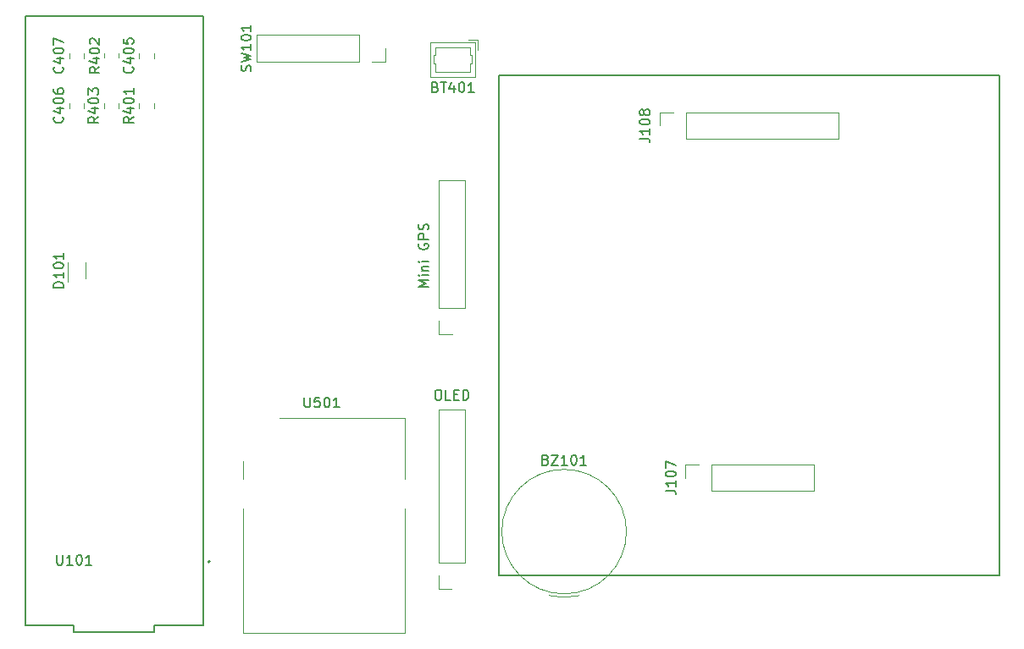
<source format=gbr>
%TF.GenerationSoftware,KiCad,Pcbnew,6.0.6-1.fc36*%
%TF.CreationDate,2022-07-31T18:36:15+02:00*%
%TF.ProjectId,CosmicWatch-ventidue,436f736d-6963-4576-9174-63682d76656e,rev?*%
%TF.SameCoordinates,Original*%
%TF.FileFunction,Legend,Top*%
%TF.FilePolarity,Positive*%
%FSLAX46Y46*%
G04 Gerber Fmt 4.6, Leading zero omitted, Abs format (unit mm)*
G04 Created by KiCad (PCBNEW 6.0.6-1.fc36) date 2022-07-31 18:36:15*
%MOMM*%
%LPD*%
G01*
G04 APERTURE LIST*
%ADD10C,0.150000*%
%ADD11C,0.120000*%
%ADD12C,0.127000*%
%ADD13C,0.200000*%
G04 APERTURE END LIST*
D10*
X99000000Y-56000000D02*
X149000000Y-56000000D01*
X149000000Y-56000000D02*
X149000000Y-106000000D01*
X149000000Y-106000000D02*
X99000000Y-106000000D01*
X99000000Y-106000000D02*
X99000000Y-56000000D01*
%TO.C,J111*%
X92822619Y-87442380D02*
X93013095Y-87442380D01*
X93108333Y-87490000D01*
X93203571Y-87585238D01*
X93251190Y-87775714D01*
X93251190Y-88109047D01*
X93203571Y-88299523D01*
X93108333Y-88394761D01*
X93013095Y-88442380D01*
X92822619Y-88442380D01*
X92727380Y-88394761D01*
X92632142Y-88299523D01*
X92584523Y-88109047D01*
X92584523Y-87775714D01*
X92632142Y-87585238D01*
X92727380Y-87490000D01*
X92822619Y-87442380D01*
X94155952Y-88442380D02*
X93679761Y-88442380D01*
X93679761Y-87442380D01*
X94489285Y-87918571D02*
X94822619Y-87918571D01*
X94965476Y-88442380D02*
X94489285Y-88442380D01*
X94489285Y-87442380D01*
X94965476Y-87442380D01*
X95394047Y-88442380D02*
X95394047Y-87442380D01*
X95632142Y-87442380D01*
X95775000Y-87490000D01*
X95870238Y-87585238D01*
X95917857Y-87680476D01*
X95965476Y-87870952D01*
X95965476Y-88013809D01*
X95917857Y-88204285D01*
X95870238Y-88299523D01*
X95775000Y-88394761D01*
X95632142Y-88442380D01*
X95394047Y-88442380D01*
%TO.C,SW101*%
X74154761Y-55535714D02*
X74202380Y-55392857D01*
X74202380Y-55154761D01*
X74154761Y-55059523D01*
X74107142Y-55011904D01*
X74011904Y-54964285D01*
X73916666Y-54964285D01*
X73821428Y-55011904D01*
X73773809Y-55059523D01*
X73726190Y-55154761D01*
X73678571Y-55345238D01*
X73630952Y-55440476D01*
X73583333Y-55488095D01*
X73488095Y-55535714D01*
X73392857Y-55535714D01*
X73297619Y-55488095D01*
X73250000Y-55440476D01*
X73202380Y-55345238D01*
X73202380Y-55107142D01*
X73250000Y-54964285D01*
X73202380Y-54630952D02*
X74202380Y-54392857D01*
X73488095Y-54202380D01*
X74202380Y-54011904D01*
X73202380Y-53773809D01*
X74202380Y-52869047D02*
X74202380Y-53440476D01*
X74202380Y-53154761D02*
X73202380Y-53154761D01*
X73345238Y-53250000D01*
X73440476Y-53345238D01*
X73488095Y-53440476D01*
X73202380Y-52250000D02*
X73202380Y-52154761D01*
X73250000Y-52059523D01*
X73297619Y-52011904D01*
X73392857Y-51964285D01*
X73583333Y-51916666D01*
X73821428Y-51916666D01*
X74011904Y-51964285D01*
X74107142Y-52011904D01*
X74154761Y-52059523D01*
X74202380Y-52154761D01*
X74202380Y-52250000D01*
X74154761Y-52345238D01*
X74107142Y-52392857D01*
X74011904Y-52440476D01*
X73821428Y-52488095D01*
X73583333Y-52488095D01*
X73392857Y-52440476D01*
X73297619Y-52392857D01*
X73250000Y-52345238D01*
X73202380Y-52250000D01*
X74202380Y-50964285D02*
X74202380Y-51535714D01*
X74202380Y-51250000D02*
X73202380Y-51250000D01*
X73345238Y-51345238D01*
X73440476Y-51440476D01*
X73488095Y-51535714D01*
%TO.C,J108*%
X113062380Y-62285714D02*
X113776666Y-62285714D01*
X113919523Y-62333333D01*
X114014761Y-62428571D01*
X114062380Y-62571428D01*
X114062380Y-62666666D01*
X114062380Y-61285714D02*
X114062380Y-61857142D01*
X114062380Y-61571428D02*
X113062380Y-61571428D01*
X113205238Y-61666666D01*
X113300476Y-61761904D01*
X113348095Y-61857142D01*
X113062380Y-60666666D02*
X113062380Y-60571428D01*
X113110000Y-60476190D01*
X113157619Y-60428571D01*
X113252857Y-60380952D01*
X113443333Y-60333333D01*
X113681428Y-60333333D01*
X113871904Y-60380952D01*
X113967142Y-60428571D01*
X114014761Y-60476190D01*
X114062380Y-60571428D01*
X114062380Y-60666666D01*
X114014761Y-60761904D01*
X113967142Y-60809523D01*
X113871904Y-60857142D01*
X113681428Y-60904761D01*
X113443333Y-60904761D01*
X113252857Y-60857142D01*
X113157619Y-60809523D01*
X113110000Y-60761904D01*
X113062380Y-60666666D01*
X113490952Y-59761904D02*
X113443333Y-59857142D01*
X113395714Y-59904761D01*
X113300476Y-59952380D01*
X113252857Y-59952380D01*
X113157619Y-59904761D01*
X113110000Y-59857142D01*
X113062380Y-59761904D01*
X113062380Y-59571428D01*
X113110000Y-59476190D01*
X113157619Y-59428571D01*
X113252857Y-59380952D01*
X113300476Y-59380952D01*
X113395714Y-59428571D01*
X113443333Y-59476190D01*
X113490952Y-59571428D01*
X113490952Y-59761904D01*
X113538571Y-59857142D01*
X113586190Y-59904761D01*
X113681428Y-59952380D01*
X113871904Y-59952380D01*
X113967142Y-59904761D01*
X114014761Y-59857142D01*
X114062380Y-59761904D01*
X114062380Y-59571428D01*
X114014761Y-59476190D01*
X113967142Y-59428571D01*
X113871904Y-59380952D01*
X113681428Y-59380952D01*
X113586190Y-59428571D01*
X113538571Y-59476190D01*
X113490952Y-59571428D01*
%TO.C,C405*%
X62357142Y-55119047D02*
X62404761Y-55166666D01*
X62452380Y-55309523D01*
X62452380Y-55404761D01*
X62404761Y-55547619D01*
X62309523Y-55642857D01*
X62214285Y-55690476D01*
X62023809Y-55738095D01*
X61880952Y-55738095D01*
X61690476Y-55690476D01*
X61595238Y-55642857D01*
X61500000Y-55547619D01*
X61452380Y-55404761D01*
X61452380Y-55309523D01*
X61500000Y-55166666D01*
X61547619Y-55119047D01*
X61785714Y-54261904D02*
X62452380Y-54261904D01*
X61404761Y-54500000D02*
X62119047Y-54738095D01*
X62119047Y-54119047D01*
X61452380Y-53547619D02*
X61452380Y-53452380D01*
X61500000Y-53357142D01*
X61547619Y-53309523D01*
X61642857Y-53261904D01*
X61833333Y-53214285D01*
X62071428Y-53214285D01*
X62261904Y-53261904D01*
X62357142Y-53309523D01*
X62404761Y-53357142D01*
X62452380Y-53452380D01*
X62452380Y-53547619D01*
X62404761Y-53642857D01*
X62357142Y-53690476D01*
X62261904Y-53738095D01*
X62071428Y-53785714D01*
X61833333Y-53785714D01*
X61642857Y-53738095D01*
X61547619Y-53690476D01*
X61500000Y-53642857D01*
X61452380Y-53547619D01*
X61452380Y-52309523D02*
X61452380Y-52785714D01*
X61928571Y-52833333D01*
X61880952Y-52785714D01*
X61833333Y-52690476D01*
X61833333Y-52452380D01*
X61880952Y-52357142D01*
X61928571Y-52309523D01*
X62023809Y-52261904D01*
X62261904Y-52261904D01*
X62357142Y-52309523D01*
X62404761Y-52357142D01*
X62452380Y-52452380D01*
X62452380Y-52690476D01*
X62404761Y-52785714D01*
X62357142Y-52833333D01*
%TO.C,BZ101*%
X103666666Y-94428571D02*
X103809523Y-94476190D01*
X103857142Y-94523809D01*
X103904761Y-94619047D01*
X103904761Y-94761904D01*
X103857142Y-94857142D01*
X103809523Y-94904761D01*
X103714285Y-94952380D01*
X103333333Y-94952380D01*
X103333333Y-93952380D01*
X103666666Y-93952380D01*
X103761904Y-94000000D01*
X103809523Y-94047619D01*
X103857142Y-94142857D01*
X103857142Y-94238095D01*
X103809523Y-94333333D01*
X103761904Y-94380952D01*
X103666666Y-94428571D01*
X103333333Y-94428571D01*
X104238095Y-93952380D02*
X104904761Y-93952380D01*
X104238095Y-94952380D01*
X104904761Y-94952380D01*
X105809523Y-94952380D02*
X105238095Y-94952380D01*
X105523809Y-94952380D02*
X105523809Y-93952380D01*
X105428571Y-94095238D01*
X105333333Y-94190476D01*
X105238095Y-94238095D01*
X106428571Y-93952380D02*
X106523809Y-93952380D01*
X106619047Y-94000000D01*
X106666666Y-94047619D01*
X106714285Y-94142857D01*
X106761904Y-94333333D01*
X106761904Y-94571428D01*
X106714285Y-94761904D01*
X106666666Y-94857142D01*
X106619047Y-94904761D01*
X106523809Y-94952380D01*
X106428571Y-94952380D01*
X106333333Y-94904761D01*
X106285714Y-94857142D01*
X106238095Y-94761904D01*
X106190476Y-94571428D01*
X106190476Y-94333333D01*
X106238095Y-94142857D01*
X106285714Y-94047619D01*
X106333333Y-94000000D01*
X106428571Y-93952380D01*
X107714285Y-94952380D02*
X107142857Y-94952380D01*
X107428571Y-94952380D02*
X107428571Y-93952380D01*
X107333333Y-94095238D01*
X107238095Y-94190476D01*
X107142857Y-94238095D01*
%TO.C,R401*%
X62452380Y-60119047D02*
X61976190Y-60452380D01*
X62452380Y-60690476D02*
X61452380Y-60690476D01*
X61452380Y-60309523D01*
X61500000Y-60214285D01*
X61547619Y-60166666D01*
X61642857Y-60119047D01*
X61785714Y-60119047D01*
X61880952Y-60166666D01*
X61928571Y-60214285D01*
X61976190Y-60309523D01*
X61976190Y-60690476D01*
X61785714Y-59261904D02*
X62452380Y-59261904D01*
X61404761Y-59500000D02*
X62119047Y-59738095D01*
X62119047Y-59119047D01*
X61452380Y-58547619D02*
X61452380Y-58452380D01*
X61500000Y-58357142D01*
X61547619Y-58309523D01*
X61642857Y-58261904D01*
X61833333Y-58214285D01*
X62071428Y-58214285D01*
X62261904Y-58261904D01*
X62357142Y-58309523D01*
X62404761Y-58357142D01*
X62452380Y-58452380D01*
X62452380Y-58547619D01*
X62404761Y-58642857D01*
X62357142Y-58690476D01*
X62261904Y-58738095D01*
X62071428Y-58785714D01*
X61833333Y-58785714D01*
X61642857Y-58738095D01*
X61547619Y-58690476D01*
X61500000Y-58642857D01*
X61452380Y-58547619D01*
X62452380Y-57261904D02*
X62452380Y-57833333D01*
X62452380Y-57547619D02*
X61452380Y-57547619D01*
X61595238Y-57642857D01*
X61690476Y-57738095D01*
X61738095Y-57833333D01*
%TO.C,U101*%
X54785714Y-103952380D02*
X54785714Y-104761904D01*
X54833333Y-104857142D01*
X54880952Y-104904761D01*
X54976190Y-104952380D01*
X55166666Y-104952380D01*
X55261904Y-104904761D01*
X55309523Y-104857142D01*
X55357142Y-104761904D01*
X55357142Y-103952380D01*
X56357142Y-104952380D02*
X55785714Y-104952380D01*
X56071428Y-104952380D02*
X56071428Y-103952380D01*
X55976190Y-104095238D01*
X55880952Y-104190476D01*
X55785714Y-104238095D01*
X56976190Y-103952380D02*
X57071428Y-103952380D01*
X57166666Y-104000000D01*
X57214285Y-104047619D01*
X57261904Y-104142857D01*
X57309523Y-104333333D01*
X57309523Y-104571428D01*
X57261904Y-104761904D01*
X57214285Y-104857142D01*
X57166666Y-104904761D01*
X57071428Y-104952380D01*
X56976190Y-104952380D01*
X56880952Y-104904761D01*
X56833333Y-104857142D01*
X56785714Y-104761904D01*
X56738095Y-104571428D01*
X56738095Y-104333333D01*
X56785714Y-104142857D01*
X56833333Y-104047619D01*
X56880952Y-104000000D01*
X56976190Y-103952380D01*
X58261904Y-104952380D02*
X57690476Y-104952380D01*
X57976190Y-104952380D02*
X57976190Y-103952380D01*
X57880952Y-104095238D01*
X57785714Y-104190476D01*
X57690476Y-104238095D01*
%TO.C,J107*%
X115632380Y-97510714D02*
X116346666Y-97510714D01*
X116489523Y-97558333D01*
X116584761Y-97653571D01*
X116632380Y-97796428D01*
X116632380Y-97891666D01*
X116632380Y-96510714D02*
X116632380Y-97082142D01*
X116632380Y-96796428D02*
X115632380Y-96796428D01*
X115775238Y-96891666D01*
X115870476Y-96986904D01*
X115918095Y-97082142D01*
X115632380Y-95891666D02*
X115632380Y-95796428D01*
X115680000Y-95701190D01*
X115727619Y-95653571D01*
X115822857Y-95605952D01*
X116013333Y-95558333D01*
X116251428Y-95558333D01*
X116441904Y-95605952D01*
X116537142Y-95653571D01*
X116584761Y-95701190D01*
X116632380Y-95796428D01*
X116632380Y-95891666D01*
X116584761Y-95986904D01*
X116537142Y-96034523D01*
X116441904Y-96082142D01*
X116251428Y-96129761D01*
X116013333Y-96129761D01*
X115822857Y-96082142D01*
X115727619Y-96034523D01*
X115680000Y-95986904D01*
X115632380Y-95891666D01*
X115632380Y-95225000D02*
X115632380Y-94558333D01*
X116632380Y-94986904D01*
%TO.C,BT401*%
X92641904Y-57128571D02*
X92784761Y-57176190D01*
X92832380Y-57223809D01*
X92880000Y-57319047D01*
X92880000Y-57461904D01*
X92832380Y-57557142D01*
X92784761Y-57604761D01*
X92689523Y-57652380D01*
X92308571Y-57652380D01*
X92308571Y-56652380D01*
X92641904Y-56652380D01*
X92737142Y-56700000D01*
X92784761Y-56747619D01*
X92832380Y-56842857D01*
X92832380Y-56938095D01*
X92784761Y-57033333D01*
X92737142Y-57080952D01*
X92641904Y-57128571D01*
X92308571Y-57128571D01*
X93165714Y-56652380D02*
X93737142Y-56652380D01*
X93451428Y-57652380D02*
X93451428Y-56652380D01*
X94499047Y-56985714D02*
X94499047Y-57652380D01*
X94260952Y-56604761D02*
X94022857Y-57319047D01*
X94641904Y-57319047D01*
X95213333Y-56652380D02*
X95308571Y-56652380D01*
X95403809Y-56700000D01*
X95451428Y-56747619D01*
X95499047Y-56842857D01*
X95546666Y-57033333D01*
X95546666Y-57271428D01*
X95499047Y-57461904D01*
X95451428Y-57557142D01*
X95403809Y-57604761D01*
X95308571Y-57652380D01*
X95213333Y-57652380D01*
X95118095Y-57604761D01*
X95070476Y-57557142D01*
X95022857Y-57461904D01*
X94975238Y-57271428D01*
X94975238Y-57033333D01*
X95022857Y-56842857D01*
X95070476Y-56747619D01*
X95118095Y-56700000D01*
X95213333Y-56652380D01*
X96499047Y-57652380D02*
X95927619Y-57652380D01*
X96213333Y-57652380D02*
X96213333Y-56652380D01*
X96118095Y-56795238D01*
X96022857Y-56890476D01*
X95927619Y-56938095D01*
%TO.C,C407*%
X55357142Y-55119047D02*
X55404761Y-55166666D01*
X55452380Y-55309523D01*
X55452380Y-55404761D01*
X55404761Y-55547619D01*
X55309523Y-55642857D01*
X55214285Y-55690476D01*
X55023809Y-55738095D01*
X54880952Y-55738095D01*
X54690476Y-55690476D01*
X54595238Y-55642857D01*
X54500000Y-55547619D01*
X54452380Y-55404761D01*
X54452380Y-55309523D01*
X54500000Y-55166666D01*
X54547619Y-55119047D01*
X54785714Y-54261904D02*
X55452380Y-54261904D01*
X54404761Y-54500000D02*
X55119047Y-54738095D01*
X55119047Y-54119047D01*
X54452380Y-53547619D02*
X54452380Y-53452380D01*
X54500000Y-53357142D01*
X54547619Y-53309523D01*
X54642857Y-53261904D01*
X54833333Y-53214285D01*
X55071428Y-53214285D01*
X55261904Y-53261904D01*
X55357142Y-53309523D01*
X55404761Y-53357142D01*
X55452380Y-53452380D01*
X55452380Y-53547619D01*
X55404761Y-53642857D01*
X55357142Y-53690476D01*
X55261904Y-53738095D01*
X55071428Y-53785714D01*
X54833333Y-53785714D01*
X54642857Y-53738095D01*
X54547619Y-53690476D01*
X54500000Y-53642857D01*
X54452380Y-53547619D01*
X54452380Y-52880952D02*
X54452380Y-52214285D01*
X55452380Y-52642857D01*
%TO.C,D101*%
X55452380Y-77190476D02*
X54452380Y-77190476D01*
X54452380Y-76952380D01*
X54500000Y-76809523D01*
X54595238Y-76714285D01*
X54690476Y-76666666D01*
X54880952Y-76619047D01*
X55023809Y-76619047D01*
X55214285Y-76666666D01*
X55309523Y-76714285D01*
X55404761Y-76809523D01*
X55452380Y-76952380D01*
X55452380Y-77190476D01*
X55452380Y-75666666D02*
X55452380Y-76238095D01*
X55452380Y-75952380D02*
X54452380Y-75952380D01*
X54595238Y-76047619D01*
X54690476Y-76142857D01*
X54738095Y-76238095D01*
X54452380Y-75047619D02*
X54452380Y-74952380D01*
X54500000Y-74857142D01*
X54547619Y-74809523D01*
X54642857Y-74761904D01*
X54833333Y-74714285D01*
X55071428Y-74714285D01*
X55261904Y-74761904D01*
X55357142Y-74809523D01*
X55404761Y-74857142D01*
X55452380Y-74952380D01*
X55452380Y-75047619D01*
X55404761Y-75142857D01*
X55357142Y-75190476D01*
X55261904Y-75238095D01*
X55071428Y-75285714D01*
X54833333Y-75285714D01*
X54642857Y-75238095D01*
X54547619Y-75190476D01*
X54500000Y-75142857D01*
X54452380Y-75047619D01*
X55452380Y-73761904D02*
X55452380Y-74333333D01*
X55452380Y-74047619D02*
X54452380Y-74047619D01*
X54595238Y-74142857D01*
X54690476Y-74238095D01*
X54738095Y-74333333D01*
%TO.C,C406*%
X55357142Y-60119047D02*
X55404761Y-60166666D01*
X55452380Y-60309523D01*
X55452380Y-60404761D01*
X55404761Y-60547619D01*
X55309523Y-60642857D01*
X55214285Y-60690476D01*
X55023809Y-60738095D01*
X54880952Y-60738095D01*
X54690476Y-60690476D01*
X54595238Y-60642857D01*
X54500000Y-60547619D01*
X54452380Y-60404761D01*
X54452380Y-60309523D01*
X54500000Y-60166666D01*
X54547619Y-60119047D01*
X54785714Y-59261904D02*
X55452380Y-59261904D01*
X54404761Y-59500000D02*
X55119047Y-59738095D01*
X55119047Y-59119047D01*
X54452380Y-58547619D02*
X54452380Y-58452380D01*
X54500000Y-58357142D01*
X54547619Y-58309523D01*
X54642857Y-58261904D01*
X54833333Y-58214285D01*
X55071428Y-58214285D01*
X55261904Y-58261904D01*
X55357142Y-58309523D01*
X55404761Y-58357142D01*
X55452380Y-58452380D01*
X55452380Y-58547619D01*
X55404761Y-58642857D01*
X55357142Y-58690476D01*
X55261904Y-58738095D01*
X55071428Y-58785714D01*
X54833333Y-58785714D01*
X54642857Y-58738095D01*
X54547619Y-58690476D01*
X54500000Y-58642857D01*
X54452380Y-58547619D01*
X54452380Y-57357142D02*
X54452380Y-57547619D01*
X54500000Y-57642857D01*
X54547619Y-57690476D01*
X54690476Y-57785714D01*
X54880952Y-57833333D01*
X55261904Y-57833333D01*
X55357142Y-57785714D01*
X55404761Y-57738095D01*
X55452380Y-57642857D01*
X55452380Y-57452380D01*
X55404761Y-57357142D01*
X55357142Y-57309523D01*
X55261904Y-57261904D01*
X55023809Y-57261904D01*
X54928571Y-57309523D01*
X54880952Y-57357142D01*
X54833333Y-57452380D01*
X54833333Y-57642857D01*
X54880952Y-57738095D01*
X54928571Y-57785714D01*
X55023809Y-57833333D01*
%TO.C,R402*%
X59052380Y-55119047D02*
X58576190Y-55452380D01*
X59052380Y-55690476D02*
X58052380Y-55690476D01*
X58052380Y-55309523D01*
X58100000Y-55214285D01*
X58147619Y-55166666D01*
X58242857Y-55119047D01*
X58385714Y-55119047D01*
X58480952Y-55166666D01*
X58528571Y-55214285D01*
X58576190Y-55309523D01*
X58576190Y-55690476D01*
X58385714Y-54261904D02*
X59052380Y-54261904D01*
X58004761Y-54500000D02*
X58719047Y-54738095D01*
X58719047Y-54119047D01*
X58052380Y-53547619D02*
X58052380Y-53452380D01*
X58100000Y-53357142D01*
X58147619Y-53309523D01*
X58242857Y-53261904D01*
X58433333Y-53214285D01*
X58671428Y-53214285D01*
X58861904Y-53261904D01*
X58957142Y-53309523D01*
X59004761Y-53357142D01*
X59052380Y-53452380D01*
X59052380Y-53547619D01*
X59004761Y-53642857D01*
X58957142Y-53690476D01*
X58861904Y-53738095D01*
X58671428Y-53785714D01*
X58433333Y-53785714D01*
X58242857Y-53738095D01*
X58147619Y-53690476D01*
X58100000Y-53642857D01*
X58052380Y-53547619D01*
X58147619Y-52833333D02*
X58100000Y-52785714D01*
X58052380Y-52690476D01*
X58052380Y-52452380D01*
X58100000Y-52357142D01*
X58147619Y-52309523D01*
X58242857Y-52261904D01*
X58338095Y-52261904D01*
X58480952Y-52309523D01*
X59052380Y-52880952D01*
X59052380Y-52261904D01*
%TO.C,J110*%
X91952380Y-77119047D02*
X90952380Y-77119047D01*
X91666666Y-76785714D01*
X90952380Y-76452380D01*
X91952380Y-76452380D01*
X91952380Y-75976190D02*
X91285714Y-75976190D01*
X90952380Y-75976190D02*
X91000000Y-76023809D01*
X91047619Y-75976190D01*
X91000000Y-75928571D01*
X90952380Y-75976190D01*
X91047619Y-75976190D01*
X91285714Y-75500000D02*
X91952380Y-75500000D01*
X91380952Y-75500000D02*
X91333333Y-75452380D01*
X91285714Y-75357142D01*
X91285714Y-75214285D01*
X91333333Y-75119047D01*
X91428571Y-75071428D01*
X91952380Y-75071428D01*
X91952380Y-74595238D02*
X91285714Y-74595238D01*
X90952380Y-74595238D02*
X91000000Y-74642857D01*
X91047619Y-74595238D01*
X91000000Y-74547619D01*
X90952380Y-74595238D01*
X91047619Y-74595238D01*
X91000000Y-72833333D02*
X90952380Y-72928571D01*
X90952380Y-73071428D01*
X91000000Y-73214285D01*
X91095238Y-73309523D01*
X91190476Y-73357142D01*
X91380952Y-73404761D01*
X91523809Y-73404761D01*
X91714285Y-73357142D01*
X91809523Y-73309523D01*
X91904761Y-73214285D01*
X91952380Y-73071428D01*
X91952380Y-72976190D01*
X91904761Y-72833333D01*
X91857142Y-72785714D01*
X91523809Y-72785714D01*
X91523809Y-72976190D01*
X91952380Y-72357142D02*
X90952380Y-72357142D01*
X90952380Y-71976190D01*
X91000000Y-71880952D01*
X91047619Y-71833333D01*
X91142857Y-71785714D01*
X91285714Y-71785714D01*
X91380952Y-71833333D01*
X91428571Y-71880952D01*
X91476190Y-71976190D01*
X91476190Y-72357142D01*
X91904761Y-71404761D02*
X91952380Y-71261904D01*
X91952380Y-71023809D01*
X91904761Y-70928571D01*
X91857142Y-70880952D01*
X91761904Y-70833333D01*
X91666666Y-70833333D01*
X91571428Y-70880952D01*
X91523809Y-70928571D01*
X91476190Y-71023809D01*
X91428571Y-71214285D01*
X91380952Y-71309523D01*
X91333333Y-71357142D01*
X91238095Y-71404761D01*
X91142857Y-71404761D01*
X91047619Y-71357142D01*
X91000000Y-71309523D01*
X90952380Y-71214285D01*
X90952380Y-70976190D01*
X91000000Y-70833333D01*
%TO.C,U501*%
X79540714Y-88182380D02*
X79540714Y-88991904D01*
X79588333Y-89087142D01*
X79635952Y-89134761D01*
X79731190Y-89182380D01*
X79921666Y-89182380D01*
X80016904Y-89134761D01*
X80064523Y-89087142D01*
X80112142Y-88991904D01*
X80112142Y-88182380D01*
X81064523Y-88182380D02*
X80588333Y-88182380D01*
X80540714Y-88658571D01*
X80588333Y-88610952D01*
X80683571Y-88563333D01*
X80921666Y-88563333D01*
X81016904Y-88610952D01*
X81064523Y-88658571D01*
X81112142Y-88753809D01*
X81112142Y-88991904D01*
X81064523Y-89087142D01*
X81016904Y-89134761D01*
X80921666Y-89182380D01*
X80683571Y-89182380D01*
X80588333Y-89134761D01*
X80540714Y-89087142D01*
X81731190Y-88182380D02*
X81826428Y-88182380D01*
X81921666Y-88230000D01*
X81969285Y-88277619D01*
X82016904Y-88372857D01*
X82064523Y-88563333D01*
X82064523Y-88801428D01*
X82016904Y-88991904D01*
X81969285Y-89087142D01*
X81921666Y-89134761D01*
X81826428Y-89182380D01*
X81731190Y-89182380D01*
X81635952Y-89134761D01*
X81588333Y-89087142D01*
X81540714Y-88991904D01*
X81493095Y-88801428D01*
X81493095Y-88563333D01*
X81540714Y-88372857D01*
X81588333Y-88277619D01*
X81635952Y-88230000D01*
X81731190Y-88182380D01*
X83016904Y-89182380D02*
X82445476Y-89182380D01*
X82731190Y-89182380D02*
X82731190Y-88182380D01*
X82635952Y-88325238D01*
X82540714Y-88420476D01*
X82445476Y-88468095D01*
%TO.C,R403*%
X58952380Y-60119047D02*
X58476190Y-60452380D01*
X58952380Y-60690476D02*
X57952380Y-60690476D01*
X57952380Y-60309523D01*
X58000000Y-60214285D01*
X58047619Y-60166666D01*
X58142857Y-60119047D01*
X58285714Y-60119047D01*
X58380952Y-60166666D01*
X58428571Y-60214285D01*
X58476190Y-60309523D01*
X58476190Y-60690476D01*
X58285714Y-59261904D02*
X58952380Y-59261904D01*
X57904761Y-59500000D02*
X58619047Y-59738095D01*
X58619047Y-59119047D01*
X57952380Y-58547619D02*
X57952380Y-58452380D01*
X58000000Y-58357142D01*
X58047619Y-58309523D01*
X58142857Y-58261904D01*
X58333333Y-58214285D01*
X58571428Y-58214285D01*
X58761904Y-58261904D01*
X58857142Y-58309523D01*
X58904761Y-58357142D01*
X58952380Y-58452380D01*
X58952380Y-58547619D01*
X58904761Y-58642857D01*
X58857142Y-58690476D01*
X58761904Y-58738095D01*
X58571428Y-58785714D01*
X58333333Y-58785714D01*
X58142857Y-58738095D01*
X58047619Y-58690476D01*
X58000000Y-58642857D01*
X57952380Y-58547619D01*
X57952380Y-57880952D02*
X57952380Y-57261904D01*
X58333333Y-57595238D01*
X58333333Y-57452380D01*
X58380952Y-57357142D01*
X58428571Y-57309523D01*
X58523809Y-57261904D01*
X58761904Y-57261904D01*
X58857142Y-57309523D01*
X58904761Y-57357142D01*
X58952380Y-57452380D01*
X58952380Y-57738095D01*
X58904761Y-57833333D01*
X58857142Y-57880952D01*
D11*
%TO.C,J111*%
X94275000Y-107330000D02*
X92945000Y-107330000D01*
X92945000Y-107330000D02*
X92945000Y-106000000D01*
X92945000Y-104730000D02*
X92945000Y-89430000D01*
X95605000Y-89430000D02*
X92945000Y-89430000D01*
X95605000Y-104730000D02*
X92945000Y-104730000D01*
X95605000Y-104730000D02*
X95605000Y-89430000D01*
%TO.C,SW101*%
X85020000Y-51920000D02*
X74800000Y-51920000D01*
X74800000Y-51920000D02*
X74800000Y-54580000D01*
X85020000Y-54580000D02*
X74800000Y-54580000D01*
X87620000Y-54580000D02*
X86290000Y-54580000D01*
X87620000Y-53250000D02*
X87620000Y-54580000D01*
X85020000Y-51920000D02*
X85020000Y-54580000D01*
%TO.C,J108*%
X117650000Y-59670000D02*
X132950000Y-59670000D01*
X117650000Y-62330000D02*
X117650000Y-59670000D01*
X117650000Y-62330000D02*
X132950000Y-62330000D01*
X115050000Y-59670000D02*
X116380000Y-59670000D01*
X132950000Y-62330000D02*
X132950000Y-59670000D01*
X115050000Y-61000000D02*
X115050000Y-59670000D01*
%TO.C,C405*%
X64485000Y-53738748D02*
X64485000Y-54261252D01*
X63015000Y-53738748D02*
X63015000Y-54261252D01*
%TO.C,BZ101*%
X104000000Y-108020785D02*
G75*
G03*
X106999999Y-108020785I1500000J6400000D01*
G01*
X111730000Y-101620785D02*
G75*
G03*
X111730000Y-101620785I-6230000J0D01*
G01*
%TO.C,R401*%
X63015000Y-58772936D02*
X63015000Y-59227064D01*
X64485000Y-58772936D02*
X64485000Y-59227064D01*
D12*
%TO.C,U101*%
X51610000Y-50020000D02*
X69390000Y-50020000D01*
X51610000Y-110980000D02*
X51610000Y-50020000D01*
X56470000Y-110980000D02*
X56470000Y-111680000D01*
X64530000Y-110980000D02*
X64530000Y-111680000D01*
X69390000Y-50020000D02*
X69390000Y-110980000D01*
X51610000Y-110980000D02*
X56470000Y-110980000D01*
X64530000Y-111680000D02*
X56470000Y-111680000D01*
X69390000Y-110980000D02*
X64530000Y-110980000D01*
D13*
X70100000Y-104630000D02*
G75*
G03*
X70100000Y-104630000I-100000J0D01*
G01*
D11*
%TO.C,J107*%
X130440000Y-97555000D02*
X130440000Y-94895000D01*
X120220000Y-97555000D02*
X130440000Y-97555000D01*
X117620000Y-94895000D02*
X118950000Y-94895000D01*
X120220000Y-97555000D02*
X120220000Y-94895000D01*
X117620000Y-96225000D02*
X117620000Y-94895000D01*
X120220000Y-94895000D02*
X130440000Y-94895000D01*
%TO.C,BT401*%
X92650000Y-53200000D02*
X92650000Y-53950000D01*
X92650000Y-53950000D02*
X92450000Y-53950000D01*
X96100000Y-53950000D02*
X96300000Y-53950000D01*
X96900000Y-52400000D02*
X95900000Y-52400000D01*
X92140000Y-52690000D02*
X92140000Y-56110000D01*
X92650000Y-54750000D02*
X92650000Y-55600000D01*
X92450000Y-53950000D02*
X92450000Y-54750000D01*
X94375000Y-53200000D02*
X92650000Y-53200000D01*
X92650000Y-55600000D02*
X94375000Y-55600000D01*
X96300000Y-54750000D02*
X96100000Y-54750000D01*
X92140000Y-56110000D02*
X96610000Y-56110000D01*
X92450000Y-54750000D02*
X92650000Y-54750000D01*
X96610000Y-52690000D02*
X92140000Y-52690000D01*
X96100000Y-53200000D02*
X96100000Y-53950000D01*
X96610000Y-56110000D02*
X96610000Y-52690000D01*
X96300000Y-53950000D02*
X96300000Y-54750000D01*
X96100000Y-55600000D02*
X94375000Y-55600000D01*
X96100000Y-54750000D02*
X96100000Y-55600000D01*
X94375000Y-53200000D02*
X96100000Y-53200000D01*
X96900000Y-52400000D02*
X96900000Y-53400000D01*
%TO.C,C407*%
X57485000Y-54261252D02*
X57485000Y-53738748D01*
X56015000Y-54261252D02*
X56015000Y-53738748D01*
%TO.C,D101*%
X55850000Y-74700000D02*
X55850000Y-76600000D01*
X57650000Y-76300000D02*
X57650000Y-74700000D01*
%TO.C,C406*%
X57485000Y-58738748D02*
X57485000Y-59261252D01*
X56015000Y-58738748D02*
X56015000Y-59261252D01*
%TO.C,R402*%
X59515000Y-54227064D02*
X59515000Y-53772936D01*
X60985000Y-54227064D02*
X60985000Y-53772936D01*
%TO.C,J110*%
X95615786Y-66482893D02*
X92955786Y-66482893D01*
X95615786Y-79242893D02*
X95615786Y-66482893D01*
X92955786Y-79242893D02*
X92955786Y-66482893D01*
X92955786Y-81842893D02*
X92955786Y-80512893D01*
X95615786Y-79242893D02*
X92955786Y-79242893D01*
X94285786Y-81842893D02*
X92955786Y-81842893D01*
%TO.C,U501*%
X89615000Y-90240000D02*
X89615000Y-96360000D01*
X89615000Y-99340000D02*
X89615000Y-111760000D01*
X77055000Y-90240000D02*
X89615000Y-90240000D01*
X73385000Y-94550000D02*
X73385000Y-96360000D01*
X89615000Y-111760000D02*
X73385000Y-111760000D01*
X73385000Y-99350000D02*
X73385000Y-111760000D01*
%TO.C,R403*%
X59515000Y-58772936D02*
X59515000Y-59227064D01*
X60985000Y-58772936D02*
X60985000Y-59227064D01*
%TD*%
M02*

</source>
